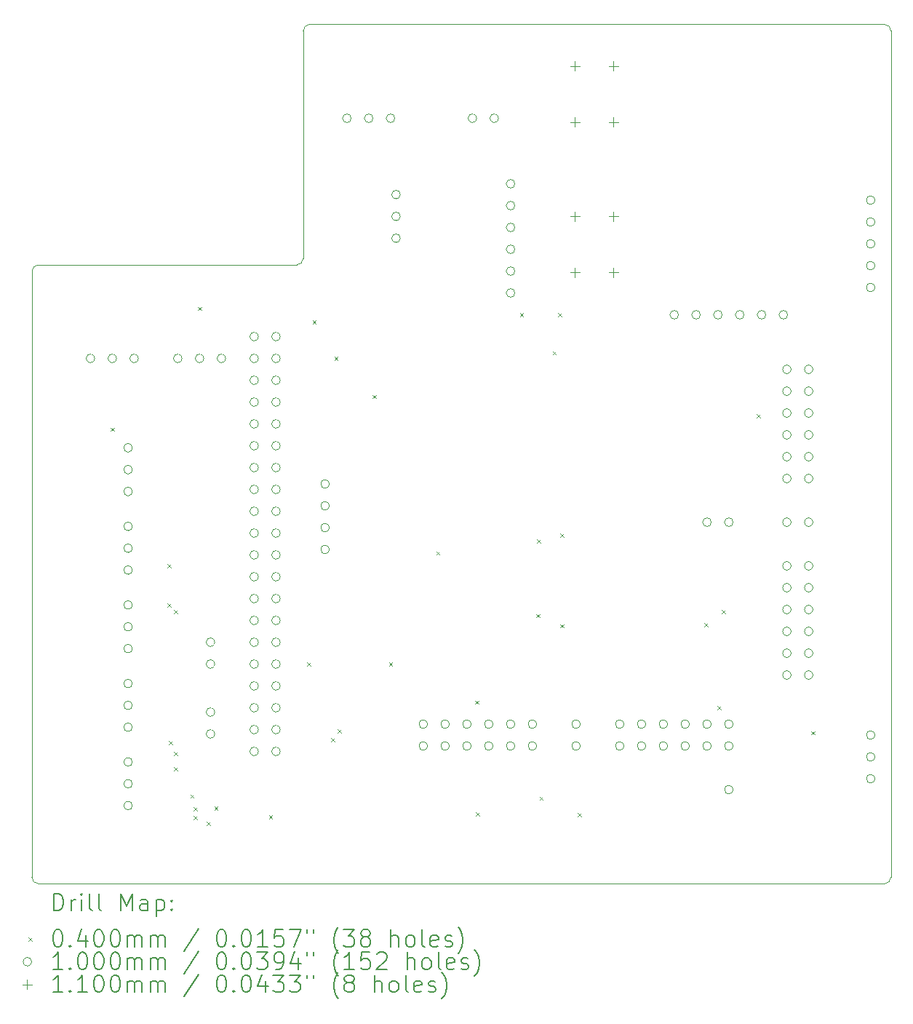
<source format=gbr>
%TF.GenerationSoftware,KiCad,Pcbnew,6.0.9-8da3e8f707~117~ubuntu20.04.1*%
%TF.CreationDate,2022-12-26T13:00:23+01:00*%
%TF.ProjectId,addon-edge-rpi-i2s-pmod,6164646f-6e2d-4656-9467-652d7270692d,1.10*%
%TF.SameCoordinates,Original*%
%TF.FileFunction,Drillmap*%
%TF.FilePolarity,Positive*%
%FSLAX45Y45*%
G04 Gerber Fmt 4.5, Leading zero omitted, Abs format (unit mm)*
G04 Created by KiCad (PCBNEW 6.0.9-8da3e8f707~117~ubuntu20.04.1) date 2022-12-26 13:00:23*
%MOMM*%
%LPD*%
G01*
G04 APERTURE LIST*
%ADD10C,0.050000*%
%ADD11C,0.200000*%
%ADD12C,0.040000*%
%ADD13C,0.100000*%
%ADD14C,0.110000*%
G04 APERTURE END LIST*
D10*
X20872500Y-4571170D02*
X20872500Y-14417675D01*
X14109700Y-4494970D02*
G75*
G03*
X14033500Y-4571170I0J-76200D01*
G01*
X10874995Y-14417675D02*
G75*
G03*
X10951200Y-14493875I76205J5D01*
G01*
X13957300Y-7293870D02*
G75*
G03*
X14033500Y-7217670I0J76200D01*
G01*
X14109700Y-4494970D02*
X20796300Y-4494970D01*
X20796300Y-14493870D02*
G75*
G03*
X20872500Y-14417675I0J76200D01*
G01*
X10951200Y-14493875D02*
X20796300Y-14493875D01*
X14033500Y-7217670D02*
X14033500Y-4571170D01*
X20872500Y-4571170D02*
G75*
G03*
X20796300Y-4494970I-76200J0D01*
G01*
X10951200Y-7293870D02*
G75*
G03*
X10875000Y-7370070I0J-76200D01*
G01*
X10875000Y-14417675D02*
X10875000Y-7370070D01*
X10951200Y-7293870D02*
X13957300Y-7293870D01*
D11*
D12*
X11791000Y-9187500D02*
X11831000Y-9227500D01*
X11831000Y-9187500D02*
X11791000Y-9227500D01*
X12451400Y-10775000D02*
X12491400Y-10815000D01*
X12491400Y-10775000D02*
X12451400Y-10815000D01*
X12451400Y-11232200D02*
X12491400Y-11272200D01*
X12491400Y-11232200D02*
X12451400Y-11272200D01*
X12467842Y-12832400D02*
X12507842Y-12872400D01*
X12507842Y-12832400D02*
X12467842Y-12872400D01*
X12527600Y-11308400D02*
X12567600Y-11348400D01*
X12567600Y-11308400D02*
X12527600Y-11348400D01*
X12527600Y-12959400D02*
X12567600Y-12999400D01*
X12567600Y-12959400D02*
X12527600Y-12999400D01*
X12527600Y-13137200D02*
X12567600Y-13177200D01*
X12567600Y-13137200D02*
X12527600Y-13177200D01*
X12718100Y-13454700D02*
X12758100Y-13494700D01*
X12758100Y-13454700D02*
X12718100Y-13494700D01*
X12758740Y-13602020D02*
X12798740Y-13642020D01*
X12798740Y-13602020D02*
X12758740Y-13642020D01*
X12758741Y-13702290D02*
X12798741Y-13742290D01*
X12798741Y-13702290D02*
X12758741Y-13742290D01*
X12807000Y-7781230D02*
X12847000Y-7821230D01*
X12847000Y-7781230D02*
X12807000Y-7821230D01*
X12908600Y-13772200D02*
X12948600Y-13812200D01*
X12948600Y-13772200D02*
X12908600Y-13812200D01*
X12997500Y-13594400D02*
X13037500Y-13634400D01*
X13037500Y-13594400D02*
X12997500Y-13634400D01*
X13632500Y-13695278D02*
X13672500Y-13735278D01*
X13672500Y-13695278D02*
X13632500Y-13735278D01*
X14077000Y-11918000D02*
X14117000Y-11958000D01*
X14117000Y-11918000D02*
X14077000Y-11958000D01*
X14140500Y-7936450D02*
X14180500Y-7976450D01*
X14180500Y-7936450D02*
X14140500Y-7976450D01*
X14359083Y-12798756D02*
X14399083Y-12838756D01*
X14399083Y-12798756D02*
X14359083Y-12838756D01*
X14394500Y-8362000D02*
X14434500Y-8402000D01*
X14434500Y-8362000D02*
X14394500Y-8402000D01*
X14431853Y-12697780D02*
X14471853Y-12737780D01*
X14471853Y-12697780D02*
X14431853Y-12737780D01*
X14839000Y-8806500D02*
X14879000Y-8846500D01*
X14879000Y-8806500D02*
X14839000Y-8846500D01*
X15029500Y-11918000D02*
X15069500Y-11958000D01*
X15069500Y-11918000D02*
X15029500Y-11958000D01*
X15581031Y-10628031D02*
X15621031Y-10668031D01*
X15621031Y-10628031D02*
X15581031Y-10668031D01*
X16032800Y-12362500D02*
X16072800Y-12402500D01*
X16072800Y-12362500D02*
X16032800Y-12402500D01*
X16042029Y-13661371D02*
X16082029Y-13701371D01*
X16082029Y-13661371D02*
X16042029Y-13701371D01*
X16553500Y-7854000D02*
X16593500Y-7894000D01*
X16593500Y-7854000D02*
X16553500Y-7894000D01*
X16744000Y-11355770D02*
X16784000Y-11395770D01*
X16784000Y-11355770D02*
X16744000Y-11395770D01*
X16751006Y-10488594D02*
X16791006Y-10528594D01*
X16791006Y-10488594D02*
X16751006Y-10528594D01*
X16782100Y-13480100D02*
X16822100Y-13520100D01*
X16822100Y-13480100D02*
X16782100Y-13520100D01*
X16934500Y-8298500D02*
X16974500Y-8338500D01*
X16974500Y-8298500D02*
X16934500Y-8338500D01*
X16998000Y-7854000D02*
X17038000Y-7894000D01*
X17038000Y-7854000D02*
X16998000Y-7894000D01*
X17023400Y-10419400D02*
X17063400Y-10459400D01*
X17063400Y-10419400D02*
X17023400Y-10459400D01*
X17023400Y-11473500D02*
X17063400Y-11513500D01*
X17063400Y-11473500D02*
X17023400Y-11513500D01*
X17226600Y-13670600D02*
X17266600Y-13710600D01*
X17266600Y-13670600D02*
X17226600Y-13710600D01*
X18699800Y-11460800D02*
X18739800Y-11500800D01*
X18739800Y-11460800D02*
X18699800Y-11500800D01*
X18852200Y-12426000D02*
X18892200Y-12466000D01*
X18892200Y-12426000D02*
X18852200Y-12466000D01*
X18903000Y-11308400D02*
X18943000Y-11348400D01*
X18943000Y-11308400D02*
X18903000Y-11348400D01*
X19309400Y-9033314D02*
X19349400Y-9073314D01*
X19349400Y-9033314D02*
X19309400Y-9073314D01*
X19944400Y-12718100D02*
X19984400Y-12758100D01*
X19984400Y-12718100D02*
X19944400Y-12758100D01*
D13*
X11607000Y-8382000D02*
G75*
G03*
X11607000Y-8382000I-50000J0D01*
G01*
X11861000Y-8382000D02*
G75*
G03*
X11861000Y-8382000I-50000J0D01*
G01*
X12044500Y-9422000D02*
G75*
G03*
X12044500Y-9422000I-50000J0D01*
G01*
X12044500Y-9676000D02*
G75*
G03*
X12044500Y-9676000I-50000J0D01*
G01*
X12044500Y-9930000D02*
G75*
G03*
X12044500Y-9930000I-50000J0D01*
G01*
X12044500Y-10336000D02*
G75*
G03*
X12044500Y-10336000I-50000J0D01*
G01*
X12044500Y-10590000D02*
G75*
G03*
X12044500Y-10590000I-50000J0D01*
G01*
X12044500Y-10844000D02*
G75*
G03*
X12044500Y-10844000I-50000J0D01*
G01*
X12044500Y-11250000D02*
G75*
G03*
X12044500Y-11250000I-50000J0D01*
G01*
X12044500Y-11504000D02*
G75*
G03*
X12044500Y-11504000I-50000J0D01*
G01*
X12044500Y-11758000D02*
G75*
G03*
X12044500Y-11758000I-50000J0D01*
G01*
X12044500Y-12164000D02*
G75*
G03*
X12044500Y-12164000I-50000J0D01*
G01*
X12044500Y-12418000D02*
G75*
G03*
X12044500Y-12418000I-50000J0D01*
G01*
X12044500Y-12672000D02*
G75*
G03*
X12044500Y-12672000I-50000J0D01*
G01*
X12044500Y-13076500D02*
G75*
G03*
X12044500Y-13076500I-50000J0D01*
G01*
X12044500Y-13330500D02*
G75*
G03*
X12044500Y-13330500I-50000J0D01*
G01*
X12044500Y-13584500D02*
G75*
G03*
X12044500Y-13584500I-50000J0D01*
G01*
X12115000Y-8382000D02*
G75*
G03*
X12115000Y-8382000I-50000J0D01*
G01*
X12623000Y-8382000D02*
G75*
G03*
X12623000Y-8382000I-50000J0D01*
G01*
X12877000Y-8382000D02*
G75*
G03*
X12877000Y-8382000I-50000J0D01*
G01*
X13004000Y-11683500D02*
G75*
G03*
X13004000Y-11683500I-50000J0D01*
G01*
X13004000Y-11937500D02*
G75*
G03*
X13004000Y-11937500I-50000J0D01*
G01*
X13004000Y-12496800D02*
G75*
G03*
X13004000Y-12496800I-50000J0D01*
G01*
X13004000Y-12750800D02*
G75*
G03*
X13004000Y-12750800I-50000J0D01*
G01*
X13131000Y-8382000D02*
G75*
G03*
X13131000Y-8382000I-50000J0D01*
G01*
X13512000Y-8128000D02*
G75*
G03*
X13512000Y-8128000I-50000J0D01*
G01*
X13512000Y-8382000D02*
G75*
G03*
X13512000Y-8382000I-50000J0D01*
G01*
X13512000Y-8636000D02*
G75*
G03*
X13512000Y-8636000I-50000J0D01*
G01*
X13512000Y-8890000D02*
G75*
G03*
X13512000Y-8890000I-50000J0D01*
G01*
X13512000Y-9144000D02*
G75*
G03*
X13512000Y-9144000I-50000J0D01*
G01*
X13512000Y-9398000D02*
G75*
G03*
X13512000Y-9398000I-50000J0D01*
G01*
X13512000Y-9652000D02*
G75*
G03*
X13512000Y-9652000I-50000J0D01*
G01*
X13512000Y-9906000D02*
G75*
G03*
X13512000Y-9906000I-50000J0D01*
G01*
X13512000Y-10160000D02*
G75*
G03*
X13512000Y-10160000I-50000J0D01*
G01*
X13512000Y-10414000D02*
G75*
G03*
X13512000Y-10414000I-50000J0D01*
G01*
X13512000Y-10668000D02*
G75*
G03*
X13512000Y-10668000I-50000J0D01*
G01*
X13512000Y-10922000D02*
G75*
G03*
X13512000Y-10922000I-50000J0D01*
G01*
X13512000Y-11176000D02*
G75*
G03*
X13512000Y-11176000I-50000J0D01*
G01*
X13512000Y-11430000D02*
G75*
G03*
X13512000Y-11430000I-50000J0D01*
G01*
X13512000Y-11684000D02*
G75*
G03*
X13512000Y-11684000I-50000J0D01*
G01*
X13512000Y-11938000D02*
G75*
G03*
X13512000Y-11938000I-50000J0D01*
G01*
X13512000Y-12192000D02*
G75*
G03*
X13512000Y-12192000I-50000J0D01*
G01*
X13512000Y-12446000D02*
G75*
G03*
X13512000Y-12446000I-50000J0D01*
G01*
X13512000Y-12700000D02*
G75*
G03*
X13512000Y-12700000I-50000J0D01*
G01*
X13512000Y-12954000D02*
G75*
G03*
X13512000Y-12954000I-50000J0D01*
G01*
X13766000Y-8128000D02*
G75*
G03*
X13766000Y-8128000I-50000J0D01*
G01*
X13766000Y-8382000D02*
G75*
G03*
X13766000Y-8382000I-50000J0D01*
G01*
X13766000Y-8636000D02*
G75*
G03*
X13766000Y-8636000I-50000J0D01*
G01*
X13766000Y-8890000D02*
G75*
G03*
X13766000Y-8890000I-50000J0D01*
G01*
X13766000Y-9144000D02*
G75*
G03*
X13766000Y-9144000I-50000J0D01*
G01*
X13766000Y-9398000D02*
G75*
G03*
X13766000Y-9398000I-50000J0D01*
G01*
X13766000Y-9652000D02*
G75*
G03*
X13766000Y-9652000I-50000J0D01*
G01*
X13766000Y-9906000D02*
G75*
G03*
X13766000Y-9906000I-50000J0D01*
G01*
X13766000Y-10160000D02*
G75*
G03*
X13766000Y-10160000I-50000J0D01*
G01*
X13766000Y-10414000D02*
G75*
G03*
X13766000Y-10414000I-50000J0D01*
G01*
X13766000Y-10668000D02*
G75*
G03*
X13766000Y-10668000I-50000J0D01*
G01*
X13766000Y-10922000D02*
G75*
G03*
X13766000Y-10922000I-50000J0D01*
G01*
X13766000Y-11176000D02*
G75*
G03*
X13766000Y-11176000I-50000J0D01*
G01*
X13766000Y-11430000D02*
G75*
G03*
X13766000Y-11430000I-50000J0D01*
G01*
X13766000Y-11684000D02*
G75*
G03*
X13766000Y-11684000I-50000J0D01*
G01*
X13766000Y-11938000D02*
G75*
G03*
X13766000Y-11938000I-50000J0D01*
G01*
X13766000Y-12192000D02*
G75*
G03*
X13766000Y-12192000I-50000J0D01*
G01*
X13766000Y-12446000D02*
G75*
G03*
X13766000Y-12446000I-50000J0D01*
G01*
X13766000Y-12700000D02*
G75*
G03*
X13766000Y-12700000I-50000J0D01*
G01*
X13766000Y-12954000D02*
G75*
G03*
X13766000Y-12954000I-50000J0D01*
G01*
X14337500Y-9842500D02*
G75*
G03*
X14337500Y-9842500I-50000J0D01*
G01*
X14337500Y-10096500D02*
G75*
G03*
X14337500Y-10096500I-50000J0D01*
G01*
X14337500Y-10350500D02*
G75*
G03*
X14337500Y-10350500I-50000J0D01*
G01*
X14337500Y-10604500D02*
G75*
G03*
X14337500Y-10604500I-50000J0D01*
G01*
X14591500Y-5588000D02*
G75*
G03*
X14591500Y-5588000I-50000J0D01*
G01*
X14845500Y-5588000D02*
G75*
G03*
X14845500Y-5588000I-50000J0D01*
G01*
X15099500Y-5588000D02*
G75*
G03*
X15099500Y-5588000I-50000J0D01*
G01*
X15163000Y-6475500D02*
G75*
G03*
X15163000Y-6475500I-50000J0D01*
G01*
X15163000Y-6729500D02*
G75*
G03*
X15163000Y-6729500I-50000J0D01*
G01*
X15163000Y-6983500D02*
G75*
G03*
X15163000Y-6983500I-50000J0D01*
G01*
X15480500Y-12636500D02*
G75*
G03*
X15480500Y-12636500I-50000J0D01*
G01*
X15480500Y-12890500D02*
G75*
G03*
X15480500Y-12890500I-50000J0D01*
G01*
X15734500Y-12636500D02*
G75*
G03*
X15734500Y-12636500I-50000J0D01*
G01*
X15734500Y-12890500D02*
G75*
G03*
X15734500Y-12890500I-50000J0D01*
G01*
X15988500Y-12636500D02*
G75*
G03*
X15988500Y-12636500I-50000J0D01*
G01*
X15988500Y-12890500D02*
G75*
G03*
X15988500Y-12890500I-50000J0D01*
G01*
X16052000Y-5588000D02*
G75*
G03*
X16052000Y-5588000I-50000J0D01*
G01*
X16242500Y-12636500D02*
G75*
G03*
X16242500Y-12636500I-50000J0D01*
G01*
X16242500Y-12890500D02*
G75*
G03*
X16242500Y-12890500I-50000J0D01*
G01*
X16306000Y-5588000D02*
G75*
G03*
X16306000Y-5588000I-50000J0D01*
G01*
X16496500Y-6350000D02*
G75*
G03*
X16496500Y-6350000I-50000J0D01*
G01*
X16496500Y-6604000D02*
G75*
G03*
X16496500Y-6604000I-50000J0D01*
G01*
X16496500Y-6858000D02*
G75*
G03*
X16496500Y-6858000I-50000J0D01*
G01*
X16496500Y-7112000D02*
G75*
G03*
X16496500Y-7112000I-50000J0D01*
G01*
X16496500Y-7366000D02*
G75*
G03*
X16496500Y-7366000I-50000J0D01*
G01*
X16496500Y-7620000D02*
G75*
G03*
X16496500Y-7620000I-50000J0D01*
G01*
X16496500Y-12636500D02*
G75*
G03*
X16496500Y-12636500I-50000J0D01*
G01*
X16496500Y-12890500D02*
G75*
G03*
X16496500Y-12890500I-50000J0D01*
G01*
X16750500Y-12636500D02*
G75*
G03*
X16750500Y-12636500I-50000J0D01*
G01*
X16750500Y-12890500D02*
G75*
G03*
X16750500Y-12890500I-50000J0D01*
G01*
X17258500Y-12636500D02*
G75*
G03*
X17258500Y-12636500I-50000J0D01*
G01*
X17258500Y-12890500D02*
G75*
G03*
X17258500Y-12890500I-50000J0D01*
G01*
X17766500Y-12636500D02*
G75*
G03*
X17766500Y-12636500I-50000J0D01*
G01*
X17766500Y-12890500D02*
G75*
G03*
X17766500Y-12890500I-50000J0D01*
G01*
X18020500Y-12636500D02*
G75*
G03*
X18020500Y-12636500I-50000J0D01*
G01*
X18020500Y-12890500D02*
G75*
G03*
X18020500Y-12890500I-50000J0D01*
G01*
X18274500Y-12636500D02*
G75*
G03*
X18274500Y-12636500I-50000J0D01*
G01*
X18274500Y-12890500D02*
G75*
G03*
X18274500Y-12890500I-50000J0D01*
G01*
X18401500Y-7874000D02*
G75*
G03*
X18401500Y-7874000I-50000J0D01*
G01*
X18528500Y-12636500D02*
G75*
G03*
X18528500Y-12636500I-50000J0D01*
G01*
X18528500Y-12890500D02*
G75*
G03*
X18528500Y-12890500I-50000J0D01*
G01*
X18655500Y-7874000D02*
G75*
G03*
X18655500Y-7874000I-50000J0D01*
G01*
X18782500Y-10287000D02*
G75*
G03*
X18782500Y-10287000I-50000J0D01*
G01*
X18782500Y-12636500D02*
G75*
G03*
X18782500Y-12636500I-50000J0D01*
G01*
X18782500Y-12890500D02*
G75*
G03*
X18782500Y-12890500I-50000J0D01*
G01*
X18909500Y-7874000D02*
G75*
G03*
X18909500Y-7874000I-50000J0D01*
G01*
X19036500Y-10287000D02*
G75*
G03*
X19036500Y-10287000I-50000J0D01*
G01*
X19036500Y-12636500D02*
G75*
G03*
X19036500Y-12636500I-50000J0D01*
G01*
X19036500Y-12890500D02*
G75*
G03*
X19036500Y-12890500I-50000J0D01*
G01*
X19036500Y-13398500D02*
G75*
G03*
X19036500Y-13398500I-50000J0D01*
G01*
X19163500Y-7874000D02*
G75*
G03*
X19163500Y-7874000I-50000J0D01*
G01*
X19417500Y-7874000D02*
G75*
G03*
X19417500Y-7874000I-50000J0D01*
G01*
X19671500Y-7874000D02*
G75*
G03*
X19671500Y-7874000I-50000J0D01*
G01*
X19711500Y-8509000D02*
G75*
G03*
X19711500Y-8509000I-50000J0D01*
G01*
X19711500Y-8763000D02*
G75*
G03*
X19711500Y-8763000I-50000J0D01*
G01*
X19711500Y-9017000D02*
G75*
G03*
X19711500Y-9017000I-50000J0D01*
G01*
X19711500Y-9271000D02*
G75*
G03*
X19711500Y-9271000I-50000J0D01*
G01*
X19711500Y-9525000D02*
G75*
G03*
X19711500Y-9525000I-50000J0D01*
G01*
X19711500Y-9779000D02*
G75*
G03*
X19711500Y-9779000I-50000J0D01*
G01*
X19711500Y-10287000D02*
G75*
G03*
X19711500Y-10287000I-50000J0D01*
G01*
X19711500Y-10795000D02*
G75*
G03*
X19711500Y-10795000I-50000J0D01*
G01*
X19711500Y-11049000D02*
G75*
G03*
X19711500Y-11049000I-50000J0D01*
G01*
X19711500Y-11303000D02*
G75*
G03*
X19711500Y-11303000I-50000J0D01*
G01*
X19711500Y-11557000D02*
G75*
G03*
X19711500Y-11557000I-50000J0D01*
G01*
X19711500Y-11811000D02*
G75*
G03*
X19711500Y-11811000I-50000J0D01*
G01*
X19711500Y-12065000D02*
G75*
G03*
X19711500Y-12065000I-50000J0D01*
G01*
X19965500Y-8509000D02*
G75*
G03*
X19965500Y-8509000I-50000J0D01*
G01*
X19965500Y-8763000D02*
G75*
G03*
X19965500Y-8763000I-50000J0D01*
G01*
X19965500Y-9017000D02*
G75*
G03*
X19965500Y-9017000I-50000J0D01*
G01*
X19965500Y-9271000D02*
G75*
G03*
X19965500Y-9271000I-50000J0D01*
G01*
X19965500Y-9525000D02*
G75*
G03*
X19965500Y-9525000I-50000J0D01*
G01*
X19965500Y-9779000D02*
G75*
G03*
X19965500Y-9779000I-50000J0D01*
G01*
X19965500Y-10287000D02*
G75*
G03*
X19965500Y-10287000I-50000J0D01*
G01*
X19965500Y-10795000D02*
G75*
G03*
X19965500Y-10795000I-50000J0D01*
G01*
X19965500Y-11049000D02*
G75*
G03*
X19965500Y-11049000I-50000J0D01*
G01*
X19965500Y-11303000D02*
G75*
G03*
X19965500Y-11303000I-50000J0D01*
G01*
X19965500Y-11557000D02*
G75*
G03*
X19965500Y-11557000I-50000J0D01*
G01*
X19965500Y-11811000D02*
G75*
G03*
X19965500Y-11811000I-50000J0D01*
G01*
X19965500Y-12065000D02*
G75*
G03*
X19965500Y-12065000I-50000J0D01*
G01*
X20686720Y-6540500D02*
G75*
G03*
X20686720Y-6540500I-50000J0D01*
G01*
X20686720Y-6794500D02*
G75*
G03*
X20686720Y-6794500I-50000J0D01*
G01*
X20686720Y-7048500D02*
G75*
G03*
X20686720Y-7048500I-50000J0D01*
G01*
X20686720Y-7302500D02*
G75*
G03*
X20686720Y-7302500I-50000J0D01*
G01*
X20686720Y-7556500D02*
G75*
G03*
X20686720Y-7556500I-50000J0D01*
G01*
X20687500Y-12763500D02*
G75*
G03*
X20687500Y-12763500I-50000J0D01*
G01*
X20687500Y-13017500D02*
G75*
G03*
X20687500Y-13017500I-50000J0D01*
G01*
X20687500Y-13271500D02*
G75*
G03*
X20687500Y-13271500I-50000J0D01*
G01*
D14*
X17192900Y-4925500D02*
X17192900Y-5035500D01*
X17137900Y-4980500D02*
X17247900Y-4980500D01*
X17192900Y-5575500D02*
X17192900Y-5685500D01*
X17137900Y-5630500D02*
X17247900Y-5630500D01*
X17192900Y-6676000D02*
X17192900Y-6786000D01*
X17137900Y-6731000D02*
X17247900Y-6731000D01*
X17192900Y-7326000D02*
X17192900Y-7436000D01*
X17137900Y-7381000D02*
X17247900Y-7381000D01*
X17642900Y-4925500D02*
X17642900Y-5035500D01*
X17587900Y-4980500D02*
X17697900Y-4980500D01*
X17642900Y-5575500D02*
X17642900Y-5685500D01*
X17587900Y-5630500D02*
X17697900Y-5630500D01*
X17642900Y-6676000D02*
X17642900Y-6786000D01*
X17587900Y-6731000D02*
X17697900Y-6731000D01*
X17642900Y-7326000D02*
X17642900Y-7436000D01*
X17587900Y-7381000D02*
X17697900Y-7381000D01*
D11*
X11130119Y-14806851D02*
X11130119Y-14606851D01*
X11177738Y-14606851D01*
X11206309Y-14616375D01*
X11225357Y-14635423D01*
X11234881Y-14654470D01*
X11244405Y-14692565D01*
X11244405Y-14721137D01*
X11234881Y-14759232D01*
X11225357Y-14778280D01*
X11206309Y-14797327D01*
X11177738Y-14806851D01*
X11130119Y-14806851D01*
X11330119Y-14806851D02*
X11330119Y-14673518D01*
X11330119Y-14711613D02*
X11339643Y-14692565D01*
X11349167Y-14683042D01*
X11368214Y-14673518D01*
X11387262Y-14673518D01*
X11453928Y-14806851D02*
X11453928Y-14673518D01*
X11453928Y-14606851D02*
X11444405Y-14616375D01*
X11453928Y-14625899D01*
X11463452Y-14616375D01*
X11453928Y-14606851D01*
X11453928Y-14625899D01*
X11577738Y-14806851D02*
X11558690Y-14797327D01*
X11549167Y-14778280D01*
X11549167Y-14606851D01*
X11682500Y-14806851D02*
X11663452Y-14797327D01*
X11653928Y-14778280D01*
X11653928Y-14606851D01*
X11911071Y-14806851D02*
X11911071Y-14606851D01*
X11977738Y-14749708D01*
X12044405Y-14606851D01*
X12044405Y-14806851D01*
X12225357Y-14806851D02*
X12225357Y-14702089D01*
X12215833Y-14683042D01*
X12196786Y-14673518D01*
X12158690Y-14673518D01*
X12139643Y-14683042D01*
X12225357Y-14797327D02*
X12206309Y-14806851D01*
X12158690Y-14806851D01*
X12139643Y-14797327D01*
X12130119Y-14778280D01*
X12130119Y-14759232D01*
X12139643Y-14740184D01*
X12158690Y-14730661D01*
X12206309Y-14730661D01*
X12225357Y-14721137D01*
X12320595Y-14673518D02*
X12320595Y-14873518D01*
X12320595Y-14683042D02*
X12339643Y-14673518D01*
X12377738Y-14673518D01*
X12396786Y-14683042D01*
X12406309Y-14692565D01*
X12415833Y-14711613D01*
X12415833Y-14768756D01*
X12406309Y-14787803D01*
X12396786Y-14797327D01*
X12377738Y-14806851D01*
X12339643Y-14806851D01*
X12320595Y-14797327D01*
X12501548Y-14787803D02*
X12511071Y-14797327D01*
X12501548Y-14806851D01*
X12492024Y-14797327D01*
X12501548Y-14787803D01*
X12501548Y-14806851D01*
X12501548Y-14683042D02*
X12511071Y-14692565D01*
X12501548Y-14702089D01*
X12492024Y-14692565D01*
X12501548Y-14683042D01*
X12501548Y-14702089D01*
D12*
X10832500Y-15116375D02*
X10872500Y-15156375D01*
X10872500Y-15116375D02*
X10832500Y-15156375D01*
D11*
X11168214Y-15026851D02*
X11187262Y-15026851D01*
X11206309Y-15036375D01*
X11215833Y-15045899D01*
X11225357Y-15064946D01*
X11234881Y-15103042D01*
X11234881Y-15150661D01*
X11225357Y-15188756D01*
X11215833Y-15207803D01*
X11206309Y-15217327D01*
X11187262Y-15226851D01*
X11168214Y-15226851D01*
X11149167Y-15217327D01*
X11139643Y-15207803D01*
X11130119Y-15188756D01*
X11120595Y-15150661D01*
X11120595Y-15103042D01*
X11130119Y-15064946D01*
X11139643Y-15045899D01*
X11149167Y-15036375D01*
X11168214Y-15026851D01*
X11320595Y-15207803D02*
X11330119Y-15217327D01*
X11320595Y-15226851D01*
X11311071Y-15217327D01*
X11320595Y-15207803D01*
X11320595Y-15226851D01*
X11501548Y-15093518D02*
X11501548Y-15226851D01*
X11453928Y-15017327D02*
X11406309Y-15160184D01*
X11530119Y-15160184D01*
X11644405Y-15026851D02*
X11663452Y-15026851D01*
X11682500Y-15036375D01*
X11692024Y-15045899D01*
X11701548Y-15064946D01*
X11711071Y-15103042D01*
X11711071Y-15150661D01*
X11701548Y-15188756D01*
X11692024Y-15207803D01*
X11682500Y-15217327D01*
X11663452Y-15226851D01*
X11644405Y-15226851D01*
X11625357Y-15217327D01*
X11615833Y-15207803D01*
X11606309Y-15188756D01*
X11596786Y-15150661D01*
X11596786Y-15103042D01*
X11606309Y-15064946D01*
X11615833Y-15045899D01*
X11625357Y-15036375D01*
X11644405Y-15026851D01*
X11834881Y-15026851D02*
X11853928Y-15026851D01*
X11872976Y-15036375D01*
X11882500Y-15045899D01*
X11892024Y-15064946D01*
X11901548Y-15103042D01*
X11901548Y-15150661D01*
X11892024Y-15188756D01*
X11882500Y-15207803D01*
X11872976Y-15217327D01*
X11853928Y-15226851D01*
X11834881Y-15226851D01*
X11815833Y-15217327D01*
X11806309Y-15207803D01*
X11796786Y-15188756D01*
X11787262Y-15150661D01*
X11787262Y-15103042D01*
X11796786Y-15064946D01*
X11806309Y-15045899D01*
X11815833Y-15036375D01*
X11834881Y-15026851D01*
X11987262Y-15226851D02*
X11987262Y-15093518D01*
X11987262Y-15112565D02*
X11996786Y-15103042D01*
X12015833Y-15093518D01*
X12044405Y-15093518D01*
X12063452Y-15103042D01*
X12072976Y-15122089D01*
X12072976Y-15226851D01*
X12072976Y-15122089D02*
X12082500Y-15103042D01*
X12101548Y-15093518D01*
X12130119Y-15093518D01*
X12149167Y-15103042D01*
X12158690Y-15122089D01*
X12158690Y-15226851D01*
X12253928Y-15226851D02*
X12253928Y-15093518D01*
X12253928Y-15112565D02*
X12263452Y-15103042D01*
X12282500Y-15093518D01*
X12311071Y-15093518D01*
X12330119Y-15103042D01*
X12339643Y-15122089D01*
X12339643Y-15226851D01*
X12339643Y-15122089D02*
X12349167Y-15103042D01*
X12368214Y-15093518D01*
X12396786Y-15093518D01*
X12415833Y-15103042D01*
X12425357Y-15122089D01*
X12425357Y-15226851D01*
X12815833Y-15017327D02*
X12644405Y-15274470D01*
X13072976Y-15026851D02*
X13092024Y-15026851D01*
X13111071Y-15036375D01*
X13120595Y-15045899D01*
X13130119Y-15064946D01*
X13139643Y-15103042D01*
X13139643Y-15150661D01*
X13130119Y-15188756D01*
X13120595Y-15207803D01*
X13111071Y-15217327D01*
X13092024Y-15226851D01*
X13072976Y-15226851D01*
X13053928Y-15217327D01*
X13044405Y-15207803D01*
X13034881Y-15188756D01*
X13025357Y-15150661D01*
X13025357Y-15103042D01*
X13034881Y-15064946D01*
X13044405Y-15045899D01*
X13053928Y-15036375D01*
X13072976Y-15026851D01*
X13225357Y-15207803D02*
X13234881Y-15217327D01*
X13225357Y-15226851D01*
X13215833Y-15217327D01*
X13225357Y-15207803D01*
X13225357Y-15226851D01*
X13358690Y-15026851D02*
X13377738Y-15026851D01*
X13396786Y-15036375D01*
X13406309Y-15045899D01*
X13415833Y-15064946D01*
X13425357Y-15103042D01*
X13425357Y-15150661D01*
X13415833Y-15188756D01*
X13406309Y-15207803D01*
X13396786Y-15217327D01*
X13377738Y-15226851D01*
X13358690Y-15226851D01*
X13339643Y-15217327D01*
X13330119Y-15207803D01*
X13320595Y-15188756D01*
X13311071Y-15150661D01*
X13311071Y-15103042D01*
X13320595Y-15064946D01*
X13330119Y-15045899D01*
X13339643Y-15036375D01*
X13358690Y-15026851D01*
X13615833Y-15226851D02*
X13501548Y-15226851D01*
X13558690Y-15226851D02*
X13558690Y-15026851D01*
X13539643Y-15055423D01*
X13520595Y-15074470D01*
X13501548Y-15083994D01*
X13796786Y-15026851D02*
X13701548Y-15026851D01*
X13692024Y-15122089D01*
X13701548Y-15112565D01*
X13720595Y-15103042D01*
X13768214Y-15103042D01*
X13787262Y-15112565D01*
X13796786Y-15122089D01*
X13806309Y-15141137D01*
X13806309Y-15188756D01*
X13796786Y-15207803D01*
X13787262Y-15217327D01*
X13768214Y-15226851D01*
X13720595Y-15226851D01*
X13701548Y-15217327D01*
X13692024Y-15207803D01*
X13872976Y-15026851D02*
X14006309Y-15026851D01*
X13920595Y-15226851D01*
X14072976Y-15026851D02*
X14072976Y-15064946D01*
X14149167Y-15026851D02*
X14149167Y-15064946D01*
X14444405Y-15303042D02*
X14434881Y-15293518D01*
X14415833Y-15264946D01*
X14406309Y-15245899D01*
X14396786Y-15217327D01*
X14387262Y-15169708D01*
X14387262Y-15131613D01*
X14396786Y-15083994D01*
X14406309Y-15055423D01*
X14415833Y-15036375D01*
X14434881Y-15007803D01*
X14444405Y-14998280D01*
X14501548Y-15026851D02*
X14625357Y-15026851D01*
X14558690Y-15103042D01*
X14587262Y-15103042D01*
X14606309Y-15112565D01*
X14615833Y-15122089D01*
X14625357Y-15141137D01*
X14625357Y-15188756D01*
X14615833Y-15207803D01*
X14606309Y-15217327D01*
X14587262Y-15226851D01*
X14530119Y-15226851D01*
X14511071Y-15217327D01*
X14501548Y-15207803D01*
X14739643Y-15112565D02*
X14720595Y-15103042D01*
X14711071Y-15093518D01*
X14701548Y-15074470D01*
X14701548Y-15064946D01*
X14711071Y-15045899D01*
X14720595Y-15036375D01*
X14739643Y-15026851D01*
X14777738Y-15026851D01*
X14796786Y-15036375D01*
X14806309Y-15045899D01*
X14815833Y-15064946D01*
X14815833Y-15074470D01*
X14806309Y-15093518D01*
X14796786Y-15103042D01*
X14777738Y-15112565D01*
X14739643Y-15112565D01*
X14720595Y-15122089D01*
X14711071Y-15131613D01*
X14701548Y-15150661D01*
X14701548Y-15188756D01*
X14711071Y-15207803D01*
X14720595Y-15217327D01*
X14739643Y-15226851D01*
X14777738Y-15226851D01*
X14796786Y-15217327D01*
X14806309Y-15207803D01*
X14815833Y-15188756D01*
X14815833Y-15150661D01*
X14806309Y-15131613D01*
X14796786Y-15122089D01*
X14777738Y-15112565D01*
X15053928Y-15226851D02*
X15053928Y-15026851D01*
X15139643Y-15226851D02*
X15139643Y-15122089D01*
X15130119Y-15103042D01*
X15111071Y-15093518D01*
X15082500Y-15093518D01*
X15063452Y-15103042D01*
X15053928Y-15112565D01*
X15263452Y-15226851D02*
X15244405Y-15217327D01*
X15234881Y-15207803D01*
X15225357Y-15188756D01*
X15225357Y-15131613D01*
X15234881Y-15112565D01*
X15244405Y-15103042D01*
X15263452Y-15093518D01*
X15292024Y-15093518D01*
X15311071Y-15103042D01*
X15320595Y-15112565D01*
X15330119Y-15131613D01*
X15330119Y-15188756D01*
X15320595Y-15207803D01*
X15311071Y-15217327D01*
X15292024Y-15226851D01*
X15263452Y-15226851D01*
X15444405Y-15226851D02*
X15425357Y-15217327D01*
X15415833Y-15198280D01*
X15415833Y-15026851D01*
X15596786Y-15217327D02*
X15577738Y-15226851D01*
X15539643Y-15226851D01*
X15520595Y-15217327D01*
X15511071Y-15198280D01*
X15511071Y-15122089D01*
X15520595Y-15103042D01*
X15539643Y-15093518D01*
X15577738Y-15093518D01*
X15596786Y-15103042D01*
X15606309Y-15122089D01*
X15606309Y-15141137D01*
X15511071Y-15160184D01*
X15682500Y-15217327D02*
X15701548Y-15226851D01*
X15739643Y-15226851D01*
X15758690Y-15217327D01*
X15768214Y-15198280D01*
X15768214Y-15188756D01*
X15758690Y-15169708D01*
X15739643Y-15160184D01*
X15711071Y-15160184D01*
X15692024Y-15150661D01*
X15682500Y-15131613D01*
X15682500Y-15122089D01*
X15692024Y-15103042D01*
X15711071Y-15093518D01*
X15739643Y-15093518D01*
X15758690Y-15103042D01*
X15834881Y-15303042D02*
X15844405Y-15293518D01*
X15863452Y-15264946D01*
X15872976Y-15245899D01*
X15882500Y-15217327D01*
X15892024Y-15169708D01*
X15892024Y-15131613D01*
X15882500Y-15083994D01*
X15872976Y-15055423D01*
X15863452Y-15036375D01*
X15844405Y-15007803D01*
X15834881Y-14998280D01*
D13*
X10872500Y-15400375D02*
G75*
G03*
X10872500Y-15400375I-50000J0D01*
G01*
D11*
X11234881Y-15490851D02*
X11120595Y-15490851D01*
X11177738Y-15490851D02*
X11177738Y-15290851D01*
X11158690Y-15319423D01*
X11139643Y-15338470D01*
X11120595Y-15347994D01*
X11320595Y-15471803D02*
X11330119Y-15481327D01*
X11320595Y-15490851D01*
X11311071Y-15481327D01*
X11320595Y-15471803D01*
X11320595Y-15490851D01*
X11453928Y-15290851D02*
X11472976Y-15290851D01*
X11492024Y-15300375D01*
X11501548Y-15309899D01*
X11511071Y-15328946D01*
X11520595Y-15367042D01*
X11520595Y-15414661D01*
X11511071Y-15452756D01*
X11501548Y-15471803D01*
X11492024Y-15481327D01*
X11472976Y-15490851D01*
X11453928Y-15490851D01*
X11434881Y-15481327D01*
X11425357Y-15471803D01*
X11415833Y-15452756D01*
X11406309Y-15414661D01*
X11406309Y-15367042D01*
X11415833Y-15328946D01*
X11425357Y-15309899D01*
X11434881Y-15300375D01*
X11453928Y-15290851D01*
X11644405Y-15290851D02*
X11663452Y-15290851D01*
X11682500Y-15300375D01*
X11692024Y-15309899D01*
X11701548Y-15328946D01*
X11711071Y-15367042D01*
X11711071Y-15414661D01*
X11701548Y-15452756D01*
X11692024Y-15471803D01*
X11682500Y-15481327D01*
X11663452Y-15490851D01*
X11644405Y-15490851D01*
X11625357Y-15481327D01*
X11615833Y-15471803D01*
X11606309Y-15452756D01*
X11596786Y-15414661D01*
X11596786Y-15367042D01*
X11606309Y-15328946D01*
X11615833Y-15309899D01*
X11625357Y-15300375D01*
X11644405Y-15290851D01*
X11834881Y-15290851D02*
X11853928Y-15290851D01*
X11872976Y-15300375D01*
X11882500Y-15309899D01*
X11892024Y-15328946D01*
X11901548Y-15367042D01*
X11901548Y-15414661D01*
X11892024Y-15452756D01*
X11882500Y-15471803D01*
X11872976Y-15481327D01*
X11853928Y-15490851D01*
X11834881Y-15490851D01*
X11815833Y-15481327D01*
X11806309Y-15471803D01*
X11796786Y-15452756D01*
X11787262Y-15414661D01*
X11787262Y-15367042D01*
X11796786Y-15328946D01*
X11806309Y-15309899D01*
X11815833Y-15300375D01*
X11834881Y-15290851D01*
X11987262Y-15490851D02*
X11987262Y-15357518D01*
X11987262Y-15376565D02*
X11996786Y-15367042D01*
X12015833Y-15357518D01*
X12044405Y-15357518D01*
X12063452Y-15367042D01*
X12072976Y-15386089D01*
X12072976Y-15490851D01*
X12072976Y-15386089D02*
X12082500Y-15367042D01*
X12101548Y-15357518D01*
X12130119Y-15357518D01*
X12149167Y-15367042D01*
X12158690Y-15386089D01*
X12158690Y-15490851D01*
X12253928Y-15490851D02*
X12253928Y-15357518D01*
X12253928Y-15376565D02*
X12263452Y-15367042D01*
X12282500Y-15357518D01*
X12311071Y-15357518D01*
X12330119Y-15367042D01*
X12339643Y-15386089D01*
X12339643Y-15490851D01*
X12339643Y-15386089D02*
X12349167Y-15367042D01*
X12368214Y-15357518D01*
X12396786Y-15357518D01*
X12415833Y-15367042D01*
X12425357Y-15386089D01*
X12425357Y-15490851D01*
X12815833Y-15281327D02*
X12644405Y-15538470D01*
X13072976Y-15290851D02*
X13092024Y-15290851D01*
X13111071Y-15300375D01*
X13120595Y-15309899D01*
X13130119Y-15328946D01*
X13139643Y-15367042D01*
X13139643Y-15414661D01*
X13130119Y-15452756D01*
X13120595Y-15471803D01*
X13111071Y-15481327D01*
X13092024Y-15490851D01*
X13072976Y-15490851D01*
X13053928Y-15481327D01*
X13044405Y-15471803D01*
X13034881Y-15452756D01*
X13025357Y-15414661D01*
X13025357Y-15367042D01*
X13034881Y-15328946D01*
X13044405Y-15309899D01*
X13053928Y-15300375D01*
X13072976Y-15290851D01*
X13225357Y-15471803D02*
X13234881Y-15481327D01*
X13225357Y-15490851D01*
X13215833Y-15481327D01*
X13225357Y-15471803D01*
X13225357Y-15490851D01*
X13358690Y-15290851D02*
X13377738Y-15290851D01*
X13396786Y-15300375D01*
X13406309Y-15309899D01*
X13415833Y-15328946D01*
X13425357Y-15367042D01*
X13425357Y-15414661D01*
X13415833Y-15452756D01*
X13406309Y-15471803D01*
X13396786Y-15481327D01*
X13377738Y-15490851D01*
X13358690Y-15490851D01*
X13339643Y-15481327D01*
X13330119Y-15471803D01*
X13320595Y-15452756D01*
X13311071Y-15414661D01*
X13311071Y-15367042D01*
X13320595Y-15328946D01*
X13330119Y-15309899D01*
X13339643Y-15300375D01*
X13358690Y-15290851D01*
X13492024Y-15290851D02*
X13615833Y-15290851D01*
X13549167Y-15367042D01*
X13577738Y-15367042D01*
X13596786Y-15376565D01*
X13606309Y-15386089D01*
X13615833Y-15405137D01*
X13615833Y-15452756D01*
X13606309Y-15471803D01*
X13596786Y-15481327D01*
X13577738Y-15490851D01*
X13520595Y-15490851D01*
X13501548Y-15481327D01*
X13492024Y-15471803D01*
X13711071Y-15490851D02*
X13749167Y-15490851D01*
X13768214Y-15481327D01*
X13777738Y-15471803D01*
X13796786Y-15443232D01*
X13806309Y-15405137D01*
X13806309Y-15328946D01*
X13796786Y-15309899D01*
X13787262Y-15300375D01*
X13768214Y-15290851D01*
X13730119Y-15290851D01*
X13711071Y-15300375D01*
X13701548Y-15309899D01*
X13692024Y-15328946D01*
X13692024Y-15376565D01*
X13701548Y-15395613D01*
X13711071Y-15405137D01*
X13730119Y-15414661D01*
X13768214Y-15414661D01*
X13787262Y-15405137D01*
X13796786Y-15395613D01*
X13806309Y-15376565D01*
X13977738Y-15357518D02*
X13977738Y-15490851D01*
X13930119Y-15281327D02*
X13882500Y-15424184D01*
X14006309Y-15424184D01*
X14072976Y-15290851D02*
X14072976Y-15328946D01*
X14149167Y-15290851D02*
X14149167Y-15328946D01*
X14444405Y-15567042D02*
X14434881Y-15557518D01*
X14415833Y-15528946D01*
X14406309Y-15509899D01*
X14396786Y-15481327D01*
X14387262Y-15433708D01*
X14387262Y-15395613D01*
X14396786Y-15347994D01*
X14406309Y-15319423D01*
X14415833Y-15300375D01*
X14434881Y-15271803D01*
X14444405Y-15262280D01*
X14625357Y-15490851D02*
X14511071Y-15490851D01*
X14568214Y-15490851D02*
X14568214Y-15290851D01*
X14549167Y-15319423D01*
X14530119Y-15338470D01*
X14511071Y-15347994D01*
X14806309Y-15290851D02*
X14711071Y-15290851D01*
X14701548Y-15386089D01*
X14711071Y-15376565D01*
X14730119Y-15367042D01*
X14777738Y-15367042D01*
X14796786Y-15376565D01*
X14806309Y-15386089D01*
X14815833Y-15405137D01*
X14815833Y-15452756D01*
X14806309Y-15471803D01*
X14796786Y-15481327D01*
X14777738Y-15490851D01*
X14730119Y-15490851D01*
X14711071Y-15481327D01*
X14701548Y-15471803D01*
X14892024Y-15309899D02*
X14901548Y-15300375D01*
X14920595Y-15290851D01*
X14968214Y-15290851D01*
X14987262Y-15300375D01*
X14996786Y-15309899D01*
X15006309Y-15328946D01*
X15006309Y-15347994D01*
X14996786Y-15376565D01*
X14882500Y-15490851D01*
X15006309Y-15490851D01*
X15244405Y-15490851D02*
X15244405Y-15290851D01*
X15330119Y-15490851D02*
X15330119Y-15386089D01*
X15320595Y-15367042D01*
X15301548Y-15357518D01*
X15272976Y-15357518D01*
X15253928Y-15367042D01*
X15244405Y-15376565D01*
X15453928Y-15490851D02*
X15434881Y-15481327D01*
X15425357Y-15471803D01*
X15415833Y-15452756D01*
X15415833Y-15395613D01*
X15425357Y-15376565D01*
X15434881Y-15367042D01*
X15453928Y-15357518D01*
X15482500Y-15357518D01*
X15501548Y-15367042D01*
X15511071Y-15376565D01*
X15520595Y-15395613D01*
X15520595Y-15452756D01*
X15511071Y-15471803D01*
X15501548Y-15481327D01*
X15482500Y-15490851D01*
X15453928Y-15490851D01*
X15634881Y-15490851D02*
X15615833Y-15481327D01*
X15606309Y-15462280D01*
X15606309Y-15290851D01*
X15787262Y-15481327D02*
X15768214Y-15490851D01*
X15730119Y-15490851D01*
X15711071Y-15481327D01*
X15701548Y-15462280D01*
X15701548Y-15386089D01*
X15711071Y-15367042D01*
X15730119Y-15357518D01*
X15768214Y-15357518D01*
X15787262Y-15367042D01*
X15796786Y-15386089D01*
X15796786Y-15405137D01*
X15701548Y-15424184D01*
X15872976Y-15481327D02*
X15892024Y-15490851D01*
X15930119Y-15490851D01*
X15949167Y-15481327D01*
X15958690Y-15462280D01*
X15958690Y-15452756D01*
X15949167Y-15433708D01*
X15930119Y-15424184D01*
X15901548Y-15424184D01*
X15882500Y-15414661D01*
X15872976Y-15395613D01*
X15872976Y-15386089D01*
X15882500Y-15367042D01*
X15901548Y-15357518D01*
X15930119Y-15357518D01*
X15949167Y-15367042D01*
X16025357Y-15567042D02*
X16034881Y-15557518D01*
X16053928Y-15528946D01*
X16063452Y-15509899D01*
X16072976Y-15481327D01*
X16082500Y-15433708D01*
X16082500Y-15395613D01*
X16072976Y-15347994D01*
X16063452Y-15319423D01*
X16053928Y-15300375D01*
X16034881Y-15271803D01*
X16025357Y-15262280D01*
D14*
X10817500Y-15609375D02*
X10817500Y-15719375D01*
X10762500Y-15664375D02*
X10872500Y-15664375D01*
D11*
X11234881Y-15754851D02*
X11120595Y-15754851D01*
X11177738Y-15754851D02*
X11177738Y-15554851D01*
X11158690Y-15583423D01*
X11139643Y-15602470D01*
X11120595Y-15611994D01*
X11320595Y-15735803D02*
X11330119Y-15745327D01*
X11320595Y-15754851D01*
X11311071Y-15745327D01*
X11320595Y-15735803D01*
X11320595Y-15754851D01*
X11520595Y-15754851D02*
X11406309Y-15754851D01*
X11463452Y-15754851D02*
X11463452Y-15554851D01*
X11444405Y-15583423D01*
X11425357Y-15602470D01*
X11406309Y-15611994D01*
X11644405Y-15554851D02*
X11663452Y-15554851D01*
X11682500Y-15564375D01*
X11692024Y-15573899D01*
X11701548Y-15592946D01*
X11711071Y-15631042D01*
X11711071Y-15678661D01*
X11701548Y-15716756D01*
X11692024Y-15735803D01*
X11682500Y-15745327D01*
X11663452Y-15754851D01*
X11644405Y-15754851D01*
X11625357Y-15745327D01*
X11615833Y-15735803D01*
X11606309Y-15716756D01*
X11596786Y-15678661D01*
X11596786Y-15631042D01*
X11606309Y-15592946D01*
X11615833Y-15573899D01*
X11625357Y-15564375D01*
X11644405Y-15554851D01*
X11834881Y-15554851D02*
X11853928Y-15554851D01*
X11872976Y-15564375D01*
X11882500Y-15573899D01*
X11892024Y-15592946D01*
X11901548Y-15631042D01*
X11901548Y-15678661D01*
X11892024Y-15716756D01*
X11882500Y-15735803D01*
X11872976Y-15745327D01*
X11853928Y-15754851D01*
X11834881Y-15754851D01*
X11815833Y-15745327D01*
X11806309Y-15735803D01*
X11796786Y-15716756D01*
X11787262Y-15678661D01*
X11787262Y-15631042D01*
X11796786Y-15592946D01*
X11806309Y-15573899D01*
X11815833Y-15564375D01*
X11834881Y-15554851D01*
X11987262Y-15754851D02*
X11987262Y-15621518D01*
X11987262Y-15640565D02*
X11996786Y-15631042D01*
X12015833Y-15621518D01*
X12044405Y-15621518D01*
X12063452Y-15631042D01*
X12072976Y-15650089D01*
X12072976Y-15754851D01*
X12072976Y-15650089D02*
X12082500Y-15631042D01*
X12101548Y-15621518D01*
X12130119Y-15621518D01*
X12149167Y-15631042D01*
X12158690Y-15650089D01*
X12158690Y-15754851D01*
X12253928Y-15754851D02*
X12253928Y-15621518D01*
X12253928Y-15640565D02*
X12263452Y-15631042D01*
X12282500Y-15621518D01*
X12311071Y-15621518D01*
X12330119Y-15631042D01*
X12339643Y-15650089D01*
X12339643Y-15754851D01*
X12339643Y-15650089D02*
X12349167Y-15631042D01*
X12368214Y-15621518D01*
X12396786Y-15621518D01*
X12415833Y-15631042D01*
X12425357Y-15650089D01*
X12425357Y-15754851D01*
X12815833Y-15545327D02*
X12644405Y-15802470D01*
X13072976Y-15554851D02*
X13092024Y-15554851D01*
X13111071Y-15564375D01*
X13120595Y-15573899D01*
X13130119Y-15592946D01*
X13139643Y-15631042D01*
X13139643Y-15678661D01*
X13130119Y-15716756D01*
X13120595Y-15735803D01*
X13111071Y-15745327D01*
X13092024Y-15754851D01*
X13072976Y-15754851D01*
X13053928Y-15745327D01*
X13044405Y-15735803D01*
X13034881Y-15716756D01*
X13025357Y-15678661D01*
X13025357Y-15631042D01*
X13034881Y-15592946D01*
X13044405Y-15573899D01*
X13053928Y-15564375D01*
X13072976Y-15554851D01*
X13225357Y-15735803D02*
X13234881Y-15745327D01*
X13225357Y-15754851D01*
X13215833Y-15745327D01*
X13225357Y-15735803D01*
X13225357Y-15754851D01*
X13358690Y-15554851D02*
X13377738Y-15554851D01*
X13396786Y-15564375D01*
X13406309Y-15573899D01*
X13415833Y-15592946D01*
X13425357Y-15631042D01*
X13425357Y-15678661D01*
X13415833Y-15716756D01*
X13406309Y-15735803D01*
X13396786Y-15745327D01*
X13377738Y-15754851D01*
X13358690Y-15754851D01*
X13339643Y-15745327D01*
X13330119Y-15735803D01*
X13320595Y-15716756D01*
X13311071Y-15678661D01*
X13311071Y-15631042D01*
X13320595Y-15592946D01*
X13330119Y-15573899D01*
X13339643Y-15564375D01*
X13358690Y-15554851D01*
X13596786Y-15621518D02*
X13596786Y-15754851D01*
X13549167Y-15545327D02*
X13501548Y-15688184D01*
X13625357Y-15688184D01*
X13682500Y-15554851D02*
X13806309Y-15554851D01*
X13739643Y-15631042D01*
X13768214Y-15631042D01*
X13787262Y-15640565D01*
X13796786Y-15650089D01*
X13806309Y-15669137D01*
X13806309Y-15716756D01*
X13796786Y-15735803D01*
X13787262Y-15745327D01*
X13768214Y-15754851D01*
X13711071Y-15754851D01*
X13692024Y-15745327D01*
X13682500Y-15735803D01*
X13872976Y-15554851D02*
X13996786Y-15554851D01*
X13930119Y-15631042D01*
X13958690Y-15631042D01*
X13977738Y-15640565D01*
X13987262Y-15650089D01*
X13996786Y-15669137D01*
X13996786Y-15716756D01*
X13987262Y-15735803D01*
X13977738Y-15745327D01*
X13958690Y-15754851D01*
X13901548Y-15754851D01*
X13882500Y-15745327D01*
X13872976Y-15735803D01*
X14072976Y-15554851D02*
X14072976Y-15592946D01*
X14149167Y-15554851D02*
X14149167Y-15592946D01*
X14444405Y-15831042D02*
X14434881Y-15821518D01*
X14415833Y-15792946D01*
X14406309Y-15773899D01*
X14396786Y-15745327D01*
X14387262Y-15697708D01*
X14387262Y-15659613D01*
X14396786Y-15611994D01*
X14406309Y-15583423D01*
X14415833Y-15564375D01*
X14434881Y-15535803D01*
X14444405Y-15526280D01*
X14549167Y-15640565D02*
X14530119Y-15631042D01*
X14520595Y-15621518D01*
X14511071Y-15602470D01*
X14511071Y-15592946D01*
X14520595Y-15573899D01*
X14530119Y-15564375D01*
X14549167Y-15554851D01*
X14587262Y-15554851D01*
X14606309Y-15564375D01*
X14615833Y-15573899D01*
X14625357Y-15592946D01*
X14625357Y-15602470D01*
X14615833Y-15621518D01*
X14606309Y-15631042D01*
X14587262Y-15640565D01*
X14549167Y-15640565D01*
X14530119Y-15650089D01*
X14520595Y-15659613D01*
X14511071Y-15678661D01*
X14511071Y-15716756D01*
X14520595Y-15735803D01*
X14530119Y-15745327D01*
X14549167Y-15754851D01*
X14587262Y-15754851D01*
X14606309Y-15745327D01*
X14615833Y-15735803D01*
X14625357Y-15716756D01*
X14625357Y-15678661D01*
X14615833Y-15659613D01*
X14606309Y-15650089D01*
X14587262Y-15640565D01*
X14863452Y-15754851D02*
X14863452Y-15554851D01*
X14949167Y-15754851D02*
X14949167Y-15650089D01*
X14939643Y-15631042D01*
X14920595Y-15621518D01*
X14892024Y-15621518D01*
X14872976Y-15631042D01*
X14863452Y-15640565D01*
X15072976Y-15754851D02*
X15053928Y-15745327D01*
X15044405Y-15735803D01*
X15034881Y-15716756D01*
X15034881Y-15659613D01*
X15044405Y-15640565D01*
X15053928Y-15631042D01*
X15072976Y-15621518D01*
X15101548Y-15621518D01*
X15120595Y-15631042D01*
X15130119Y-15640565D01*
X15139643Y-15659613D01*
X15139643Y-15716756D01*
X15130119Y-15735803D01*
X15120595Y-15745327D01*
X15101548Y-15754851D01*
X15072976Y-15754851D01*
X15253928Y-15754851D02*
X15234881Y-15745327D01*
X15225357Y-15726280D01*
X15225357Y-15554851D01*
X15406309Y-15745327D02*
X15387262Y-15754851D01*
X15349167Y-15754851D01*
X15330119Y-15745327D01*
X15320595Y-15726280D01*
X15320595Y-15650089D01*
X15330119Y-15631042D01*
X15349167Y-15621518D01*
X15387262Y-15621518D01*
X15406309Y-15631042D01*
X15415833Y-15650089D01*
X15415833Y-15669137D01*
X15320595Y-15688184D01*
X15492024Y-15745327D02*
X15511071Y-15754851D01*
X15549167Y-15754851D01*
X15568214Y-15745327D01*
X15577738Y-15726280D01*
X15577738Y-15716756D01*
X15568214Y-15697708D01*
X15549167Y-15688184D01*
X15520595Y-15688184D01*
X15501548Y-15678661D01*
X15492024Y-15659613D01*
X15492024Y-15650089D01*
X15501548Y-15631042D01*
X15520595Y-15621518D01*
X15549167Y-15621518D01*
X15568214Y-15631042D01*
X15644405Y-15831042D02*
X15653928Y-15821518D01*
X15672976Y-15792946D01*
X15682500Y-15773899D01*
X15692024Y-15745327D01*
X15701548Y-15697708D01*
X15701548Y-15659613D01*
X15692024Y-15611994D01*
X15682500Y-15583423D01*
X15672976Y-15564375D01*
X15653928Y-15535803D01*
X15644405Y-15526280D01*
M02*

</source>
